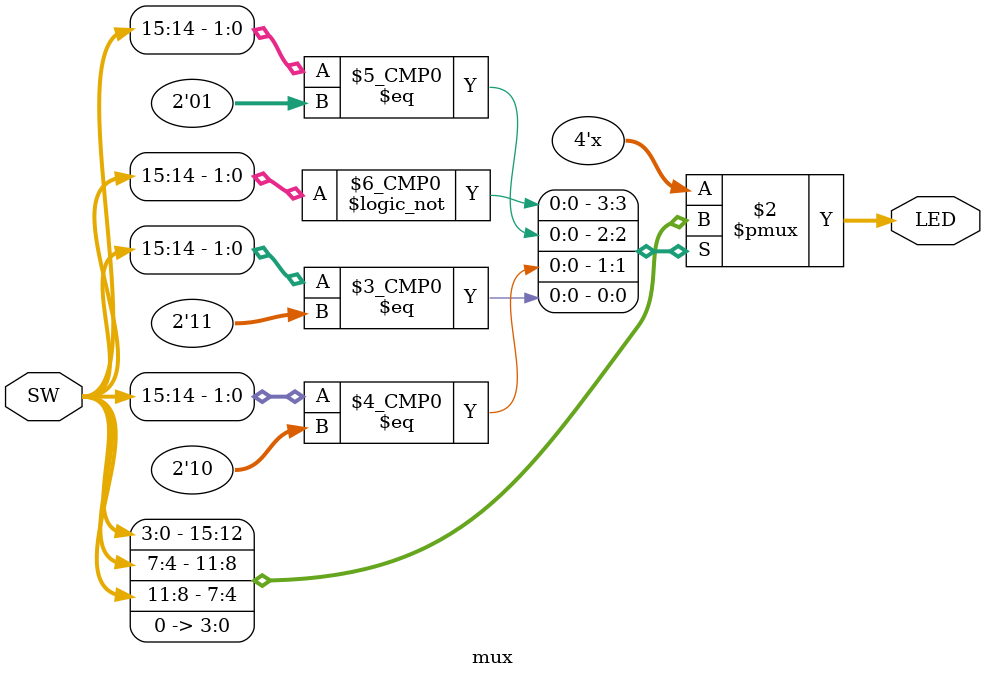
<source format=v>
`timescale 1ns / 1ps

module mux (//
    input wire [15:0] SW,
    output reg [3:0] LED
);

always @(SW) begin
    case (SW[15:14])//根据SW[15:14]的不同取值决定选择MUX的哪项功能
        2'b00: LED <= SW[3:0];
        2'b01: LED <= SW[7:4];
        2'b10: LED <= SW[11:8];
        2'b11: LED <= 4'b0000;//取0
        default: LED <= 4'b0000; // Default case for safety
    endcase
end

endmodule
</source>
